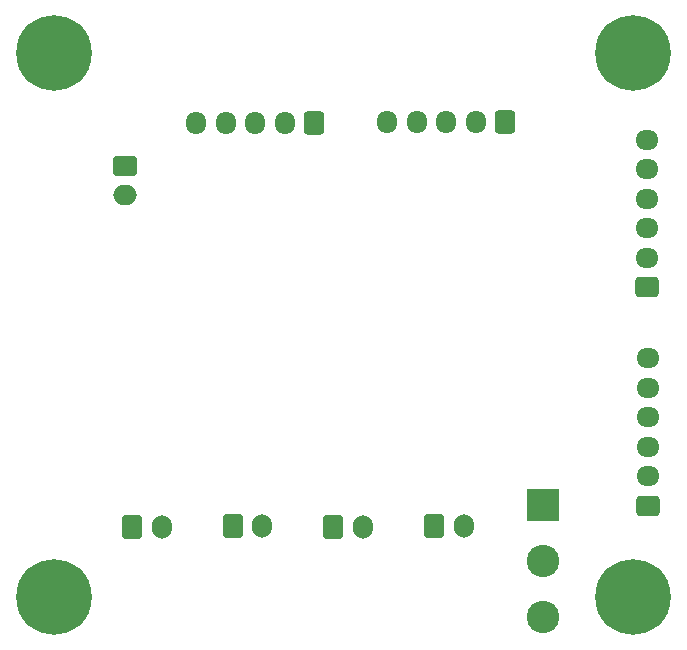
<source format=gbr>
%TF.GenerationSoftware,KiCad,Pcbnew,9.0.4*%
%TF.CreationDate,2025-10-13T17:03:12+02:00*%
%TF.ProjectId,ProjetX,50726f6a-6574-4582-9e6b-696361645f70,rev?*%
%TF.SameCoordinates,Original*%
%TF.FileFunction,Soldermask,Bot*%
%TF.FilePolarity,Negative*%
%FSLAX46Y46*%
G04 Gerber Fmt 4.6, Leading zero omitted, Abs format (unit mm)*
G04 Created by KiCad (PCBNEW 9.0.4) date 2025-10-13 17:03:12*
%MOMM*%
%LPD*%
G01*
G04 APERTURE LIST*
G04 Aperture macros list*
%AMRoundRect*
0 Rectangle with rounded corners*
0 $1 Rounding radius*
0 $2 $3 $4 $5 $6 $7 $8 $9 X,Y pos of 4 corners*
0 Add a 4 corners polygon primitive as box body*
4,1,4,$2,$3,$4,$5,$6,$7,$8,$9,$2,$3,0*
0 Add four circle primitives for the rounded corners*
1,1,$1+$1,$2,$3*
1,1,$1+$1,$4,$5*
1,1,$1+$1,$6,$7*
1,1,$1+$1,$8,$9*
0 Add four rect primitives between the rounded corners*
20,1,$1+$1,$2,$3,$4,$5,0*
20,1,$1+$1,$4,$5,$6,$7,0*
20,1,$1+$1,$6,$7,$8,$9,0*
20,1,$1+$1,$8,$9,$2,$3,0*%
G04 Aperture macros list end*
%ADD10RoundRect,0.250000X-0.600000X-0.750000X0.600000X-0.750000X0.600000X0.750000X-0.600000X0.750000X0*%
%ADD11O,1.700000X2.000000*%
%ADD12R,2.750000X2.750000*%
%ADD13C,2.750000*%
%ADD14C,0.800000*%
%ADD15C,6.400000*%
%ADD16RoundRect,0.250000X0.725000X-0.600000X0.725000X0.600000X-0.725000X0.600000X-0.725000X-0.600000X0*%
%ADD17O,1.950000X1.700000*%
%ADD18RoundRect,0.250000X0.600000X0.725000X-0.600000X0.725000X-0.600000X-0.725000X0.600000X-0.725000X0*%
%ADD19O,1.700000X1.950000*%
%ADD20RoundRect,0.250000X-0.750000X0.600000X-0.750000X-0.600000X0.750000X-0.600000X0.750000X0.600000X0*%
%ADD21O,2.000000X1.700000*%
G04 APERTURE END LIST*
D10*
%TO.C,J7*%
X154130000Y-119050000D03*
D11*
X156630000Y-119050000D03*
%TD*%
D12*
%TO.C,S1*%
X180400000Y-117275000D03*
D13*
X180400000Y-121975000D03*
X180400000Y-126675000D03*
%TD*%
D14*
%TO.C,H1*%
X136600000Y-79000000D03*
X137302944Y-77302944D03*
X137302944Y-80697056D03*
X139000000Y-76600000D03*
D15*
X139000000Y-79000000D03*
D14*
X139000000Y-81400000D03*
X140697056Y-77302944D03*
X140697056Y-80697056D03*
X141400000Y-79000000D03*
%TD*%
%TO.C,H2*%
X185600000Y-79000000D03*
X186302944Y-77302944D03*
X186302944Y-80697056D03*
X188000000Y-76600000D03*
D15*
X188000000Y-79000000D03*
D14*
X188000000Y-81400000D03*
X189697056Y-77302944D03*
X189697056Y-80697056D03*
X190400000Y-79000000D03*
%TD*%
%TO.C,H3*%
X136600000Y-125000000D03*
X137302944Y-123302944D03*
X137302944Y-126697056D03*
X139000000Y-122600000D03*
D15*
X139000000Y-125000000D03*
D14*
X139000000Y-127400000D03*
X140697056Y-123302944D03*
X140697056Y-126697056D03*
X141400000Y-125000000D03*
%TD*%
D10*
%TO.C,J8*%
X145610000Y-119080000D03*
D11*
X148110000Y-119080000D03*
%TD*%
D16*
%TO.C,J5*%
X189255000Y-117300000D03*
D17*
X189255000Y-114800000D03*
X189255000Y-112300000D03*
X189255000Y-109800000D03*
X189255000Y-107300000D03*
X189255000Y-104800000D03*
%TD*%
D18*
%TO.C,J6*%
X161010000Y-84880000D03*
D19*
X158510000Y-84880000D03*
X156010000Y-84880000D03*
X153510000Y-84880000D03*
X151010000Y-84880000D03*
%TD*%
D20*
%TO.C,J4*%
X144995000Y-88500000D03*
D21*
X144995000Y-91000000D03*
%TD*%
D16*
%TO.C,J3*%
X189200000Y-98800000D03*
D17*
X189200000Y-96300000D03*
X189200000Y-93800000D03*
X189200000Y-91300000D03*
X189200000Y-88800000D03*
X189200000Y-86300000D03*
%TD*%
D10*
%TO.C,J9*%
X162640000Y-119080000D03*
D11*
X165140000Y-119080000D03*
%TD*%
D10*
%TO.C,J2*%
X171170000Y-119050000D03*
D11*
X173670000Y-119050000D03*
%TD*%
D14*
%TO.C,H4*%
X185600000Y-125000000D03*
X186302944Y-123302944D03*
X186302944Y-126697056D03*
X188000000Y-122600000D03*
D15*
X188000000Y-125000000D03*
D14*
X188000000Y-127400000D03*
X189697056Y-123302944D03*
X189697056Y-126697056D03*
X190400000Y-125000000D03*
%TD*%
D18*
%TO.C,J11*%
X177210000Y-84830000D03*
D19*
X174710000Y-84830000D03*
X172210000Y-84830000D03*
X169710000Y-84830000D03*
X167210000Y-84830000D03*
%TD*%
M02*

</source>
